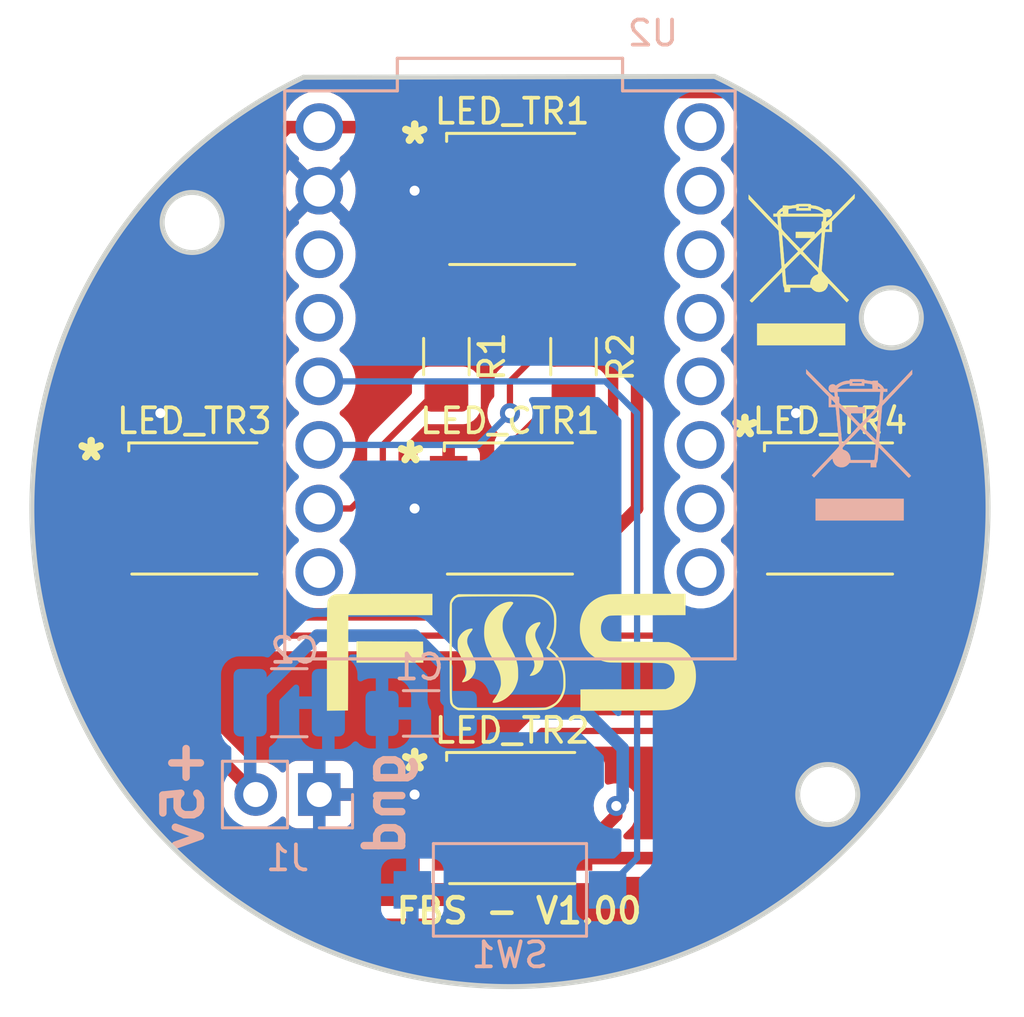
<source format=kicad_pcb>
(kicad_pcb (version 20240108) (generator "pcbnew") (generator_version "8.0")
  (layers (0 "F.Cu" signal) (31 "B.Cu" signal) (34 "B.Paste" user) (35 "F.Paste" user) (36 "B.SilkS" user "B.Silkscreen") (37 "F.SilkS" user "F.Silkscreen") (38 "B.Mask" user) (39 "F.Mask" user) (44 "Edge.Cuts" user))
  (net 0 "")
  (net 1 "+5V")
  (net 2 "GND")
  (net 3 "LED_TOUR")
  (net 4 "LED_CENTRE")
  (net 5 "Net-(U2-GPIO1)")
  (net 7 "Net-(LED_TR1-DO)")
  (net 8 "Net-(LED_TR2-DO)")
  (net 9 "Net-(LED_TR3-DO)")
  (net 11 "Net-(U2-GPIO2)")
  (net 12 "Net-(U2-GPIO3)")
  (footprint "Perso_logo:fbs" (layer "F.Cu") (at 146.103925 104.832475)
    (property "Reference" "G***" (hide yes))
    (property "Value" "LOGO" (hide yes))
  )
  (footprint "LED_SMD:LED_Inolux_IN-PI554FCH_PLCC4_5.0x5.0mm_P3.2mm" (layer "F.Cu") (at 146.05 99.06)
    (property "Reference" "LED_CTR1" (at 0 -3.5 0) (layer "F.SilkS"))
    (property "Value" "Inolux_IN-PI554FCH")
    (pad "1" smd rect (at -2.45 -1.6) (size 1.5 1) (layers "F.Cu" "F.Paste" "F.Mask") (net 2 "GND"))
    (pad "2" smd rect (at -2.45 1.6) (size 1.5 1) (layers "F.Cu" "F.Paste" "F.Mask") (net 4 "LED_CENTRE"))
    (pad "3" smd rect (at 2.45 1.6) (size 1.5 1) (layers "F.Cu" "F.Paste" "F.Mask") (net 1 "+5V"))
    (pad "4" smd rect (at 2.45 -1.6) (size 1.5 1) (layers "F.Cu" "F.Paste" "F.Mask"))
  )
  (footprint "Symbol:WEEE-Logo_4.2x6mm_SilkScreen" (layer "F.Cu") (at 157.697957 89.517568)
    (property "Reference" "REF**" (hide yes))
    (property "Value" "WEEE-Logo_4.2x6mm_SilkScreen" (hide yes))
  )
  (footprint "LED_SMD:LED_Inolux_IN-PI554FCH_PLCC4_5.0x5.0mm_P3.2mm" (layer "F.Cu") (at 158.84 99.06)
    (property "Reference" "LED_TR4" (at 0 -3.5 0) (layer "F.SilkS"))
    (property "Value" "Inolux_IN-PI554FCH")
    (pad "1" smd rect (at -2.45 -1.6) (size 1.5 1) (layers "F.Cu" "F.Paste" "F.Mask") (net 2 "GND"))
    (pad "2" smd rect (at -2.45 1.6) (size 1.5 1) (layers "F.Cu" "F.Paste" "F.Mask") (net 9 "Net-(LED_TR3-DO)"))
    (pad "3" smd rect (at 2.45 1.6) (size 1.5 1) (layers "F.Cu" "F.Paste" "F.Mask") (net 1 "+5V"))
    (pad "4" smd rect (at 2.45 -1.6) (size 1.5 1) (layers "F.Cu" "F.Paste" "F.Mask"))
  )
  (footprint "LED_SMD:LED_Inolux_IN-PI554FCH_PLCC4_5.0x5.0mm_P3.2mm" (layer "F.Cu") (at 146.14 86.69)
    (property "Reference" "LED_TR1" (at 0 -3.5 0) (layer "F.SilkS"))
    (property "Value" "Inolux_IN-PI554FCH")
    (pad "1" smd rect (at -2.45 -1.6) (size 1.5 1) (layers "F.Cu" "F.Paste" "F.Mask") (net 2 "GND"))
    (pad "2" smd rect (at -2.45 1.6) (size 1.5 1) (layers "F.Cu" "F.Paste" "F.Mask") (net 3 "LED_TOUR"))
    (pad "3" smd rect (at 2.45 1.6) (size 1.5 1) (layers "F.Cu" "F.Paste" "F.Mask") (net 1 "+5V"))
    (pad "4" smd rect (at 2.45 -1.6) (size 1.5 1) (layers "F.Cu" "F.Paste" "F.Mask") (net 7 "Net-(LED_TR1-DO)"))
  )
  (footprint "LED_SMD:LED_Inolux_IN-PI554FCH_PLCC4_5.0x5.0mm_P3.2mm" (layer "F.Cu") (at 146.14 111.43)
    (property "Reference" "LED_TR2" (at 0 -3.5 0) (layer "F.SilkS"))
    (property "Value" "Inolux_IN-PI554FCH")
    (pad "1" smd rect (at -2.45 -1.6) (size 1.5 1) (layers "F.Cu" "F.Paste" "F.Mask") (net 2 "GND"))
    (pad "2" smd rect (at -2.45 1.6) (size 1.5 1) (layers "F.Cu" "F.Paste" "F.Mask") (net 7 "Net-(LED_TR1-DO)"))
    (pad "3" smd rect (at 2.45 1.6) (size 1.5 1) (layers "F.Cu" "F.Paste" "F.Mask") (net 1 "+5V"))
    (pad "4" smd rect (at 2.45 -1.6) (size 1.5 1) (layers "F.Cu" "F.Paste" "F.Mask") (net 8 "Net-(LED_TR2-DO)"))
  )
  (footprint "LED_SMD:LED_Inolux_IN-PI554FCH_PLCC4_5.0x5.0mm_P3.2mm" (layer "F.Cu") (at 133.44 99.06)
    (property "Reference" "LED_TR3" (at 0 -3.5 0) (layer "F.SilkS"))
    (property "Value" "Inolux_IN-PI554FCH")
    (pad "1" smd rect (at -2.45 -1.6) (size 1.5 1) (layers "F.Cu" "F.Paste" "F.Mask") (net 2 "GND"))
    (pad "2" smd rect (at -2.45 1.6) (size 1.5 1) (layers "F.Cu" "F.Paste" "F.Mask") (net 8 "Net-(LED_TR2-DO)"))
    (pad "3" smd rect (at 2.45 1.6) (size 1.5 1) (layers "F.Cu" "F.Paste" "F.Mask") (net 1 "+5V"))
    (pad "4" smd rect (at 2.45 -1.6) (size 1.5 1) (layers "F.Cu" "F.Paste" "F.Mask") (net 9 "Net-(LED_TR3-DO)"))
  )
  (footprint "Resistor_SMD:R_1206_3216Metric_Pad1.30x1.75mm_HandSolder" (layer "F.Cu") (at 148.59 92.99 90)
    (property "Reference" "R2" (at -0.027202 1.887146 90) (layer "F.SilkS"))
    (property "Value" "470")
    (pad "1" smd roundrect (at -1.55 0 90) (size 1.3 1.75) (layers "F.Cu" "F.Paste" "F.Mask") (roundrect_rratio 0.1923076923) (net 4 "LED_CENTRE"))
    (pad "2" smd roundrect (at 1.55 0 90) (size 1.3 1.75) (layers "F.Cu" "F.Paste" "F.Mask") (roundrect_rratio 0.1923076923) (net 11 "Net-(U2-GPIO2)"))
  )
  (footprint "Resistor_SMD:R_1206_3216Metric_Pad1.30x1.75mm_HandSolder" (layer "F.Cu") (at 143.51 92.99 -90)
    (property "Reference" "R1" (at 0 -1.82 90) (layer "F.SilkS"))
    (property "Value" "470")
    (pad "1" smd roundrect (at -1.55 0 270) (size 1.3 1.75) (layers "F.Cu" "F.Paste" "F.Mask") (roundrect_rratio 0.1923076923) (net 3 "LED_TOUR"))
    (pad "2" smd roundrect (at 1.55 0 270) (size 1.3 1.75) (layers "F.Cu" "F.Paste" "F.Mask") (roundrect_rratio 0.1923076923) (net 5 "Net-(U2-GPIO1)"))
  )
  (footprint "Capacitor_SMD:C_1210_3225Metric_Pad1.33x2.70mm_HandSolder" (layer "B.Cu") (at 137.230126 106.820148)
    (property "Reference" "C2" (at 0.224905 -2.088076 0) (layer "B.SilkS") (effects (justify mirror)))
    (property "Value" "22uF")
    (pad "1" smd roundrect (at -1.5625 0) (size 1.325 2.7) (layers "B.Cu" "B.Paste" "B.Mask") (roundrect_rratio 0.1886792453) (net 1 "+5V"))
    (pad "2" smd roundrect (at 1.5625 0) (size 1.325 2.7) (layers "B.Cu" "B.Paste" "B.Mask") (roundrect_rratio 0.1886792453) (net 2 "GND"))
  )
  (footprint "Connector_PinHeader_2.54mm:PinHeader_1x02_P2.54mm_Vertical" (layer "B.Cu") (at 138.43 110.49 90)
    (property "Reference" "J1" (at -2.535982 -1.265983 180) (layer "B.SilkS") (effects (justify mirror)))
    (property "Value" "Conn_01x02")
    (pad "1" thru_hole rect (at 0 0 90) (size 1.7 1.7) (drill 1) (layers "*.Cu" "*.Mask") (net 2 "GND"))
    (pad "2" thru_hole oval (at 0 -2.54 90) (size 1.7 1.7) (drill 1) (layers "*.Cu" "*.Mask") (net 1 "+5V"))
  )
  (footprint "Button_Switch_SMD:SW_SPST_CK_RS282G05A3" (layer "B.Cu") (at 146.05 114.3)
    (property "Reference" "SW1" (at 0 2.6 0) (layer "B.SilkS") (effects (justify mirror)))
    (property "Value" "SW_Push")
    (pad "1" smd rect (at -3.9 0) (size 1.5 1.5) (layers "B.Cu" "B.Paste" "B.Mask") (net 2 "GND"))
    (pad "2" smd rect (at 3.9 0) (size 1.5 1.5) (layers "B.Cu" "B.Paste" "B.Mask") (net 12 "Net-(U2-GPIO3)"))
  )
  (footprint "ESP32-C3 supermini:MODULE_ESP32-C3_SUPERMINI" (layer "B.Cu") (at 146.05 93.72 180)
    (property "Reference" "U2" (at -5.715 13.6525 0) (layer "B.SilkS") (effects (justify mirror)))
    (property "Value" "ESP32-C3_SUPERMINI")
    (pad "0" thru_hole circle (at 7.62 -7.88 180) (size 1.905 1.905) (drill 1.27) (layers "*.Cu" "*.Mask"))
    (pad "1" thru_hole circle (at 7.62 -5.34 180) (size 1.905 1.905) (drill 1.27) (layers "*.Cu" "*.Mask") (net 5 "Net-(U2-GPIO1)"))
    (pad "2" thru_hole circle (at 7.62 -2.8 180) (size 1.905 1.905) (drill 1.27) (layers "*.Cu" "*.Mask") (net 11 "Net-(U2-GPIO2)"))
    (pad "3" thru_hole circle (at 7.62 -0.26 180) (size 1.905 1.905) (drill 1.27) (layers "*.Cu" "*.Mask") (net 12 "Net-(U2-GPIO3)"))
    (pad "3.3" thru_hole circle (at 7.62 4.82 180) (size 1.905 1.905) (drill 1.27) (layers "*.Cu" "*.Mask"))
    (pad "4" thru_hole circle (at 7.62 2.28 180) (size 1.905 1.905) (drill 1.27) (layers "*.Cu" "*.Mask"))
    (pad "5" thru_hole circle (at -7.62 9.9 180) (size 1.905 1.905) (drill 1.27) (layers "*.Cu" "*.Mask"))
    (pad "5V" thru_hole circle (at 7.62 9.9 180) (size 1.905 1.905) (drill 1.27) (layers "*.Cu" "*.Mask") (net 1 "+5V"))
    (pad "6" thru_hole circle (at -7.62 7.36 180) (size 1.905 1.905) (drill 1.27) (layers "*.Cu" "*.Mask"))
    (pad "7" thru_hole circle (at -7.62 4.82 180) (size 1.905 1.905) (drill 1.27) (layers "*.Cu" "*.Mask"))
    (pad "8" thru_hole circle (at -7.62 2.28 180) (size 1.905 1.905) (drill 1.27) (layers "*.Cu" "*.Mask"))
    (pad "9" thru_hole circle (at -7.62 -0.26 180) (size 1.905 1.905) (drill 1.27) (layers "*.Cu" "*.Mask"))
    (pad "10" thru_hole circle (at -7.62 -2.8 180) (size 1.905 1.905) (drill 1.27) (layers "*.Cu" "*.Mask"))
    (pad "20" thru_hole circle (at -7.62 -5.34 180) (size 1.905 1.905) (drill 1.27) (layers "*.Cu" "*.Mask"))
    (pad "21" thru_hole circle (at -7.62 -7.88 180) (size 1.905 1.905) (drill 1.27) (layers "*.Cu" "*.Mask"))
    (pad "G" thru_hole circle (at 7.62 7.36 180) (size 1.905 1.905) (drill 1.27) (layers "*.Cu" "*.Mask") (net 2 "GND"))
  )
  (footprint "Symbol:WEEE-Logo_4.2x6mm_SilkScreen" (layer "B.Cu") (at 160.010206 96.52 180)
    (property "Reference" "REF**" (hide yes))
    (property "Value" "WEEE-Logo_4.2x6mm_SilkScreen" (hide yes))
  )
  (footprint "Capacitor_SMD:C_1206_3216Metric_Pad1.33x1.80mm_HandSolder" (layer "B.Cu") (at 142.50123 107.248693 180)
    (property "Reference" "C1" (at 0.078167 1.851446 0) (layer "B.SilkS") (effects (justify mirror)))
    (property "Value" "100nF")
    (pad "1" smd roundrect (at -1.5625 0 180) (size 1.325 1.8) (layers "B.Cu" "B.Paste" "B.Mask") (roundrect_rratio 0.1886792453) (net 1 "+5V"))
    (pad "2" smd roundrect (at 1.5625 0 180) (size 1.325 1.8) (layers "B.Cu" "B.Paste" "B.Mask") (roundrect_rratio 0.1886792453) (net 2 "GND"))
  )
  (gr_circle (center 133.35 87.63) (end 134.55 87.63) (stroke (width 0.2)) (fill none) (layer "Edge.Cuts"))
  (gr_line (start 137.801737 81.827413) (end 154.226897 81.793435) (stroke (width 0.2)) (layer "Edge.Cuts"))
  (gr_circle (center 161.29 91.44) (end 162.49 91.44) (stroke (width 0.2)) (fill none) (layer "Edge.Cuts"))
  (gr_circle (center 158.75 110.49) (end 159.95 110.49) (stroke (width 0.2)) (fill none) (layer "Edge.Cuts"))
  (gr_arc (start 154.226897 81.793435) (mid 146.089521 118.164842) (end 137.801737 81.827413) (stroke (width 0.2)) (layer "Edge.Cuts"))
  (gr_text "gnd" (at 141.924181 108.619193 90) (layer "B.SilkS") (effects (font (size 1.5 1.5) (thickness 0.3) (bold yes)) (justify left bottom mirror)))
  (gr_text "+5v" (at 133.879711 108.099524 90) (layer "B.SilkS") (effects (font (size 1.5 1.5) (thickness 0.3) (bold yes)) (justify left bottom mirror)))
  (gr_text "FBS - V1.00" (at 141.412387 115.725473 0) (layer "F.SilkS") (effects (font (size 1 1) (thickness 0.1875)) (justify left bottom)))
  (gr_text "*" (at 141.475477 110.467624 0) (layer "F.SilkS") (effects (font (size 1.5 1.5) (thickness 0.3) (bold yes)) (justify left bottom)))
  (gr_text "*" (at 141.306083 98.15837 0) (layer "F.SilkS") (effects (font (size 1.5 1.5) (thickness 0.3) (bold yes)) (justify left bottom)))
  (gr_text "*" (at 141.475477 85.397401 0) (layer "F.SilkS") (effects (font (size 1.5 1.5) (thickness 0.3) (bold yes)) (justify left bottom)))
  (gr_text "*" (at 128.545114 98.045441 0) (layer "F.SilkS") (effects (font (size 1.5 1.5) (thickness 0.3) (bold yes)) (justify left bottom)))
  (gr_text "*" (at 154.670918 97.118767 0) (layer "F.SilkS") (effects (font (size 1.5 1.5) (thickness 0.3) (bold yes)) (justify left bottom)))
  (segment (start 151.13 90.17) (end 149.25 88.29) (width 0.5) (layer "F.Cu") (net 1))
  (segment (start 161.29 104.14) (end 161.29 100.66) (width 0.5) (layer "F.Cu") (net 1))
  (segment (start 132.775 107.375) (end 132.775 97.095) (width 0.5) (layer "F.Cu") (net 1))
  (segment (start 137.246685 103.291232) (end 147.178634 103.291232) (width 0.5) (layer "F.Cu") (net 1))
  (segment (start 148.59 87.63) (end 148.59 88.29) (width 0.5) (layer "F.Cu") (net 1))
  (segment (start 151.13 99.06) (end 151.13 90.17) (width 0.5) (layer "F.Cu") (net 1))
  (segment (start 149.25 88.29) (end 148.59 88.29) (width 0.5) (layer "F.Cu") (net 1))
  (segment (start 147.178634 103.291232) (end 148.5 101.969866) (width 0.5) (layer "F.Cu") (net 1))
  (segment (start 135.89 85.09) (end 137.16 83.82) (width 0.5) (layer "F.Cu") (net 1))
  (segment (start 144.78 83.82) (end 148.59 87.63) (width 0.5) (layer "F.Cu") (net 1))
  (segment (start 135.89 93.98) (end 135.89 85.09) (width 0.5) (layer "F.Cu") (net 1))
  (segment (start 149.53 100.66) (end 151.13 99.06) (width 0.5) (layer "F.Cu") (net 1))
  (segment (start 148.59 113.03) (end 152.4 113.03) (width 0.5) (layer "F.Cu") (net 1))
  (segment (start 135.89 100.66) (end 135.89 101.934547) (width 0.5) (layer "F.Cu") (net 1))
  (segment (start 148.5 100.66) (end 149.53 100.66) (width 0.5) (layer "F.Cu") (net 1))
  (segment (start 150.297734 111.322266) (end 148.59 113.03) (width 0.5) (layer "F.Cu") (net 1))
  (segment (start 137.16 83.82) (end 138.43 83.82) (width 0.5) (layer "F.Cu") (net 1))
  (segment (start 152.4 113.03) (end 161.29 104.14) (width 0.5) (layer "F.Cu") (net 1))
  (segment (start 148.5 101.969866) (end 148.5 100.66) (width 0.5) (layer "F.Cu") (net 1))
  (segment (start 150.297734 110.947065) (end 150.297734 111.322266) (width 0.5) (layer "F.Cu") (net 1))
  (segment (start 135.89 101.934547) (end 137.246685 103.291232) (width 0.5) (layer "F.Cu") (net 1))
  (segment (start 132.775 97.095) (end 135.89 93.98) (width 0.5) (layer "F.Cu") (net 1))
  (segment (start 135.89 110.49) (end 132.775 107.375) (width 0.5) (layer "F.Cu") (net 1))
  (segment (start 138.43 83.82) (end 144.78 83.82) (width 0.5) (layer "F.Cu") (net 1))
  (via (at 150.297734 110.947065) (size 0.8) (drill 0.4) (layers "F.Cu" "B.Cu") (net 1))
  (segment (start 150.555 110.49) (end 150.555 110.689799) (width 0.5) (layer "B.Cu") (net 1))
  (segment (start 144.06373 107.248693) (end 149.158693 107.248693) (width 0.5) (layer "B.Cu") (net 1))
  (segment (start 135.667626 110.267626) (end 135.89 110.49) (width 0.5) (layer "B.Cu") (net 1))
  (segment (start 150.555 110.689799) (end 150.297734 110.947065) (width 0.5) (layer "B.Cu") (net 1))
  (segment (start 149.158693 107.248693) (end 150.555 108.645) (width 0.5) (layer "B.Cu") (net 1))
  (segment (start 135.667626 106.820148) (end 135.667626 110.267626) (width 0.5) (layer "B.Cu") (net 1))
  (segment (start 135.667626 106.820148) (end 138.347774 104.14) (width 0.5) (layer "B.Cu") (net 1))
  (segment (start 150.555 108.645) (end 150.555 110.49) (width 0.5) (layer "B.Cu") (net 1))
  (segment (start 143.51 105.41) (end 143.51 106.694963) (width 0.5) (layer "B.Cu") (net 1))
  (segment (start 142.24 104.14) (end 143.51 105.41) (width 0.5) (layer "B.Cu") (net 1))
  (segment (start 143.51 106.694963) (end 144.06373 107.248693) (width 0.5) (layer "B.Cu") (net 1))
  (segment (start 138.347774 104.14) (end 142.24 104.14) (width 0.5) (layer "B.Cu") (net 1))
  (segment (start 142.9 109.83) (end 142.24 110.49) (width 0.5) (layer "F.Cu") (net 2))
  (segment (start 143.69 109.83) (end 142.9 109.83) (width 0.5) (layer "F.Cu") (net 2))
  (segment (start 143.51 85.09) (end 142.24 86.36) (width 0.5) (layer "F.Cu") (net 2))
  (segment (start 156.39 97.46) (end 156.39 96.34) (width 0.5) (layer "F.Cu") (net 2))
  (segment (start 143.69 85.09) (end 143.51 85.09) (width 0.5) (layer "F.Cu") (net 2))
  (segment (start 130.99 97.46) (end 130.99 96.34) (width 0.5) (layer "F.Cu") (net 2))
  (segment (start 130.99 96.34) (end 132.08 95.25) (width 0.5) (layer "F.Cu") (net 2))
  (segment (start 143.6 97.7) (end 142.24 99.06) (width 0.5) (layer "F.Cu") (net 2))
  (segment (start 143.6 97.46) (end 143.6 97.7) (width 0.5) (layer "F.Cu") (net 2))
  (segment (start 156.39 96.34) (end 157.48 95.25) (width 0.5) (layer "F.Cu") (net 2))
  (via (at 132.08 95.25) (size 0.8) (drill 0.4) (layers "F.Cu" "B.Cu") (net 2))
  (via (at 142.24 110.49) (size 0.8) (drill 0.4) (layers "F.Cu" "B.Cu") (net 2))
  (via (at 142.24 86.36) (size 0.8) (drill 0.4) (layers "F.Cu" "B.Cu") (net 2))
  (via (at 142.24 99.06) (size 0.8) (drill 0.4) (layers "F.Cu" "B.Cu") (net 2))
  (via (at 157.48 95.25) (size 0.8) (drill 0.4) (layers "F.Cu" "B.Cu") (net 2))
  (segment (start 143.69 91.26) (end 143.51 91.44) (width 0.25) (layer "F.Cu") (net 3))
  (segment (start 143.69 88.29) (end 143.69 91.26) (width 0.25) (layer "F.Cu") (net 3))
  (segment (start 143.6 100.66) (end 144.45 100.66) (width 0.25) (layer "F.Cu") (net 4))
  (segment (start 144.45 100.66) (end 146.05 99.06) (width 0.25) (layer "F.Cu") (net 4))
  (segment (start 148.03 94.54) (end 148.59 94.54) (width 0.25) (layer "F.Cu") (net 4))
  (segment (start 146.05 99.06) (end 146.05 96.52) (width 0.25) (layer "F.Cu") (net 4))
  (segment (start 146.05 96.52) (end 148.03 94.54) (width 0.25) (layer "F.Cu") (net 4))
  (segment (start 142.95 94.54) (end 143.51 94.54) (width 0.25) (layer "F.Cu") (net 5))
  (segment (start 140.97 97.79) (end 140.97 96.52) (width 0.25) (layer "F.Cu") (net 5))
  (segment (start 139.7 99.06) (end 140.97 97.79) (width 0.25) (layer "F.Cu") (net 5))
  (segment (start 140.97 96.52) (end 142.95 94.54) (width 0.25) (layer "F.Cu") (net 5))
  (segment (start 138.43 99.06) (end 139.7 99.06) (width 0.25) (layer "F.Cu") (net 5))
  (segment (start 146.05 109.22) (end 147.32 107.95) (width 0.25) (layer "F.Cu") (net 7))
  (segment (start 158.75 104.14) (end 158.75 86.36) (width 0.25) (layer "F.Cu") (net 7))
  (segment (start 158.75 86.36) (end 154.9325 82.5425) (width 0.25) (layer "F.Cu") (net 7))
  (segment (start 146.05 110.67) (end 146.05 109.22) (width 0.25) (layer "F.Cu") (net 7))
  (segment (start 154.9325 82.5425) (end 151.1375 82.5425) (width 0.25) (layer "F.Cu") (net 7))
  (segment (start 154.94 107.95) (end 158.75 104.14) (width 0.25) (layer "F.Cu") (net 7))
  (segment (start 151.1375 82.5425) (end 148.59 85.09) (width 0.25) (layer "F.Cu") (net 7))
  (segment (start 143.69 113.03) (end 146.05 110.67) (width 0.25) (layer "F.Cu") (net 7))
  (segment (start 147.32 107.95) (end 154.94 107.95) (width 0.25) (layer "F.Cu") (net 7))
  (segment (start 146.05 111.76) (end 147.98 109.83) (width 0.25) (layer "F.Cu") (net 8))
  (segment (start 130.99 108.13) (end 138.43 115.57) (width 0.25) (layer "F.Cu") (net 8))
  (segment (start 144.78 115.57) (end 146.05 114.3) (width 0.25) (layer "F.Cu") (net 8))
  (segment (start 147.98 109.83) (end 148.59 109.83) (width 0.25) (layer "F.Cu") (net 8))
  (segment (start 146.05 114.3) (end 146.05 111.76) (width 0.25) (layer "F.Cu") (net 8))
  (segment (start 130.99 100.66) (end 130.99 108.13) (width 0.25) (layer "F.Cu") (net 8))
  (segment (start 138.43 115.57) (end 144.78 115.57) (width 0.25) (layer "F.Cu") (net 8))
  (segment (start 153.67 104.14) (end 134.62 104.14) (width 0.25) (layer "F.Cu") (net 9))
  (segment (start 134.95 97.46) (end 135.89 97.46) (width 0.25) (layer "F.Cu") (net 9))
  (segment (start 133.35 99.06) (end 134.95 97.46) (width 0.25) (layer "F.Cu") (net 9))
  (segment (start 156.39 101.42) (end 153.67 104.14) (width 0.25) (layer "F.Cu") (net 9))
  (segment (start 156.39 100.66) (end 156.39 101.42) (width 0.25) (layer "F.Cu") (net 9))
  (segment (start 133.35 102.87) (end 133.35 99.06) (width 0.25) (layer "F.Cu") (net 9))
  (segment (start 134.62 104.14) (end 133.35 102.87) (width 0.25) (layer "F.Cu") (net 9))
  (segment (start 146.05 93.98) (end 146.05 95.25) (width 0.25) (layer "F.Cu") (net 11))
  (segment (start 148.59 91.44) (end 146.05 93.98) (width 0.25) (layer "F.Cu") (net 11))
  (via (at 146.05 95.25) (size 0.8) (drill 0.4) (layers "F.Cu" "B.Cu") (net 11))
  (segment (start 144.78 96.52) (end 146.05 95.25) (width 0.25) (layer "B.Cu") (net 11))
  (segment (start 138.43 96.52) (end 144.78 96.52) (width 0.25) (layer "B.Cu") (net 11))
  (segment (start 149.86 93.98) (end 138.43 93.98) (width 0.25) (layer "B.Cu") (net 12))
  (segment (start 149.95 114.3) (end 149.95 114.21) (width 0.25) (layer "B.Cu") (net 12))
  (segment (start 149.95 114.21) (end 151.13 113.03) (width 0.25) (layer "B.Cu") (net 12))
  (segment (start 151.13 95.25) (end 149.86 93.98) (width 0.25) (layer "B.Cu") (net 12))
  (segment (start 151.13 113.03) (end 151.13 95.25) (width 0.25) (layer "B.Cu") (net 12))
  (zone (net 2) (net_name "GND") (layer "F.Cu") (priority 1) (connect_pads (clearance 0.5)) (min_thickness 0.25) (fill yes (thermal_gap 0.5) (thermal_bridge_width 0.5))
    (polygon (pts (xy 125.73 78.74) (xy 166.37 78.74) (xy 166.37 119.38) (xy 125.73 119.38)))
  )
  (zone (net 2) (net_name "GND") (layer "B.Cu") (connect_pads (clearance 0.5)) (min_thickness 0.25) (fill yes (thermal_gap 0.5) (thermal_bridge_width 0.5))
    (polygon (pts (xy 125.73 119.38) (xy 166.37 119.38) (xy 166.37 78.74) (xy 125.73 78.74)))
  )
)
</source>
